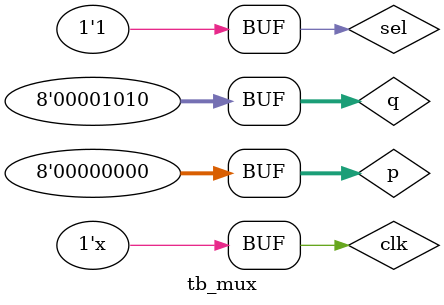
<source format=v>
`timescale 1ns / 1ps


module tb_mux;

	// Inputs
	reg [7:0] p;
	reg [7:0] q;
	reg sel;
	reg clk;

	// Outputs
	wire [7:0] y_out;

	// Instantiate the Unit Under Test (UUT)
	mux uut (
		.p(p), 
		.q(q), 
		.sel(sel), 
		.clk(clk), 
		.y_out(y_out)
	);


	initial clk = 1;
	always #10 clk =~clk;
	
	initial begin
		// Initialize Inputs
		p = 0;
		q = 10;
		sel = 0;

		// Wait 100 ns for global reset to finish
		#100;
      sel = 1;
		// Add stimulus here

	end
      
endmodule


</source>
